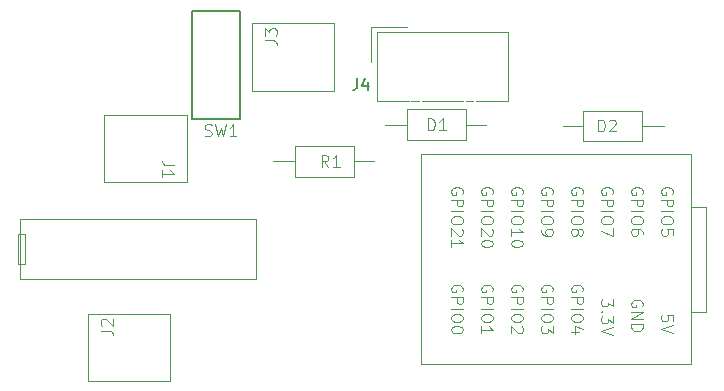
<source format=gbr>
%TF.GenerationSoftware,KiCad,Pcbnew,9.0.0*%
%TF.CreationDate,2025-03-09T22:47:05+01:00*%
%TF.ProjectId,Kicad,4b696361-642e-46b6-9963-61645f706362,rev?*%
%TF.SameCoordinates,Original*%
%TF.FileFunction,Legend,Top*%
%TF.FilePolarity,Positive*%
%FSLAX46Y46*%
G04 Gerber Fmt 4.6, Leading zero omitted, Abs format (unit mm)*
G04 Created by KiCad (PCBNEW 9.0.0) date 2025-03-09 22:47:05*
%MOMM*%
%LPD*%
G01*
G04 APERTURE LIST*
%ADD10C,0.100000*%
%ADD11C,0.150000*%
%ADD12C,0.120000*%
%ADD13C,0.200000*%
G04 APERTURE END LIST*
D10*
X206961905Y-62357419D02*
X206961905Y-61357419D01*
X206961905Y-61357419D02*
X207200000Y-61357419D01*
X207200000Y-61357419D02*
X207342857Y-61405038D01*
X207342857Y-61405038D02*
X207438095Y-61500276D01*
X207438095Y-61500276D02*
X207485714Y-61595514D01*
X207485714Y-61595514D02*
X207533333Y-61785990D01*
X207533333Y-61785990D02*
X207533333Y-61928847D01*
X207533333Y-61928847D02*
X207485714Y-62119323D01*
X207485714Y-62119323D02*
X207438095Y-62214561D01*
X207438095Y-62214561D02*
X207342857Y-62309800D01*
X207342857Y-62309800D02*
X207200000Y-62357419D01*
X207200000Y-62357419D02*
X206961905Y-62357419D01*
X208485714Y-62357419D02*
X207914286Y-62357419D01*
X208200000Y-62357419D02*
X208200000Y-61357419D01*
X208200000Y-61357419D02*
X208104762Y-61500276D01*
X208104762Y-61500276D02*
X208009524Y-61595514D01*
X208009524Y-61595514D02*
X207914286Y-61643133D01*
X179257419Y-79333333D02*
X179971704Y-79333333D01*
X179971704Y-79333333D02*
X180114561Y-79380952D01*
X180114561Y-79380952D02*
X180209800Y-79476190D01*
X180209800Y-79476190D02*
X180257419Y-79619047D01*
X180257419Y-79619047D02*
X180257419Y-79714285D01*
X179352657Y-78904761D02*
X179305038Y-78857142D01*
X179305038Y-78857142D02*
X179257419Y-78761904D01*
X179257419Y-78761904D02*
X179257419Y-78523809D01*
X179257419Y-78523809D02*
X179305038Y-78428571D01*
X179305038Y-78428571D02*
X179352657Y-78380952D01*
X179352657Y-78380952D02*
X179447895Y-78333333D01*
X179447895Y-78333333D02*
X179543133Y-78333333D01*
X179543133Y-78333333D02*
X179685990Y-78380952D01*
X179685990Y-78380952D02*
X180257419Y-78952380D01*
X180257419Y-78952380D02*
X180257419Y-78333333D01*
X198533333Y-65457419D02*
X198200000Y-64981228D01*
X197961905Y-65457419D02*
X197961905Y-64457419D01*
X197961905Y-64457419D02*
X198342857Y-64457419D01*
X198342857Y-64457419D02*
X198438095Y-64505038D01*
X198438095Y-64505038D02*
X198485714Y-64552657D01*
X198485714Y-64552657D02*
X198533333Y-64647895D01*
X198533333Y-64647895D02*
X198533333Y-64790752D01*
X198533333Y-64790752D02*
X198485714Y-64885990D01*
X198485714Y-64885990D02*
X198438095Y-64933609D01*
X198438095Y-64933609D02*
X198342857Y-64981228D01*
X198342857Y-64981228D02*
X197961905Y-64981228D01*
X199485714Y-65457419D02*
X198914286Y-65457419D01*
X199200000Y-65457419D02*
X199200000Y-64457419D01*
X199200000Y-64457419D02*
X199104762Y-64600276D01*
X199104762Y-64600276D02*
X199009524Y-64695514D01*
X199009524Y-64695514D02*
X198914286Y-64743133D01*
D11*
X200966666Y-57954819D02*
X200966666Y-58669104D01*
X200966666Y-58669104D02*
X200919047Y-58811961D01*
X200919047Y-58811961D02*
X200823809Y-58907200D01*
X200823809Y-58907200D02*
X200680952Y-58954819D01*
X200680952Y-58954819D02*
X200585714Y-58954819D01*
X201871428Y-58288152D02*
X201871428Y-58954819D01*
X201633333Y-57907200D02*
X201395238Y-58621485D01*
X201395238Y-58621485D02*
X202014285Y-58621485D01*
D10*
X221361905Y-62457419D02*
X221361905Y-61457419D01*
X221361905Y-61457419D02*
X221600000Y-61457419D01*
X221600000Y-61457419D02*
X221742857Y-61505038D01*
X221742857Y-61505038D02*
X221838095Y-61600276D01*
X221838095Y-61600276D02*
X221885714Y-61695514D01*
X221885714Y-61695514D02*
X221933333Y-61885990D01*
X221933333Y-61885990D02*
X221933333Y-62028847D01*
X221933333Y-62028847D02*
X221885714Y-62219323D01*
X221885714Y-62219323D02*
X221838095Y-62314561D01*
X221838095Y-62314561D02*
X221742857Y-62409800D01*
X221742857Y-62409800D02*
X221600000Y-62457419D01*
X221600000Y-62457419D02*
X221361905Y-62457419D01*
X222314286Y-61552657D02*
X222361905Y-61505038D01*
X222361905Y-61505038D02*
X222457143Y-61457419D01*
X222457143Y-61457419D02*
X222695238Y-61457419D01*
X222695238Y-61457419D02*
X222790476Y-61505038D01*
X222790476Y-61505038D02*
X222838095Y-61552657D01*
X222838095Y-61552657D02*
X222885714Y-61647895D01*
X222885714Y-61647895D02*
X222885714Y-61743133D01*
X222885714Y-61743133D02*
X222838095Y-61885990D01*
X222838095Y-61885990D02*
X222266667Y-62457419D01*
X222266667Y-62457419D02*
X222885714Y-62457419D01*
X217484961Y-67757693D02*
X217532580Y-67662455D01*
X217532580Y-67662455D02*
X217532580Y-67519598D01*
X217532580Y-67519598D02*
X217484961Y-67376741D01*
X217484961Y-67376741D02*
X217389723Y-67281503D01*
X217389723Y-67281503D02*
X217294485Y-67233884D01*
X217294485Y-67233884D02*
X217104009Y-67186265D01*
X217104009Y-67186265D02*
X216961152Y-67186265D01*
X216961152Y-67186265D02*
X216770676Y-67233884D01*
X216770676Y-67233884D02*
X216675438Y-67281503D01*
X216675438Y-67281503D02*
X216580200Y-67376741D01*
X216580200Y-67376741D02*
X216532580Y-67519598D01*
X216532580Y-67519598D02*
X216532580Y-67614836D01*
X216532580Y-67614836D02*
X216580200Y-67757693D01*
X216580200Y-67757693D02*
X216627819Y-67805312D01*
X216627819Y-67805312D02*
X216961152Y-67805312D01*
X216961152Y-67805312D02*
X216961152Y-67614836D01*
X216532580Y-68233884D02*
X217532580Y-68233884D01*
X217532580Y-68233884D02*
X217532580Y-68614836D01*
X217532580Y-68614836D02*
X217484961Y-68710074D01*
X217484961Y-68710074D02*
X217437342Y-68757693D01*
X217437342Y-68757693D02*
X217342104Y-68805312D01*
X217342104Y-68805312D02*
X217199247Y-68805312D01*
X217199247Y-68805312D02*
X217104009Y-68757693D01*
X217104009Y-68757693D02*
X217056390Y-68710074D01*
X217056390Y-68710074D02*
X217008771Y-68614836D01*
X217008771Y-68614836D02*
X217008771Y-68233884D01*
X216532580Y-69233884D02*
X217532580Y-69233884D01*
X217532580Y-69900550D02*
X217532580Y-70091026D01*
X217532580Y-70091026D02*
X217484961Y-70186264D01*
X217484961Y-70186264D02*
X217389723Y-70281502D01*
X217389723Y-70281502D02*
X217199247Y-70329121D01*
X217199247Y-70329121D02*
X216865914Y-70329121D01*
X216865914Y-70329121D02*
X216675438Y-70281502D01*
X216675438Y-70281502D02*
X216580200Y-70186264D01*
X216580200Y-70186264D02*
X216532580Y-70091026D01*
X216532580Y-70091026D02*
X216532580Y-69900550D01*
X216532580Y-69900550D02*
X216580200Y-69805312D01*
X216580200Y-69805312D02*
X216675438Y-69710074D01*
X216675438Y-69710074D02*
X216865914Y-69662455D01*
X216865914Y-69662455D02*
X217199247Y-69662455D01*
X217199247Y-69662455D02*
X217389723Y-69710074D01*
X217389723Y-69710074D02*
X217484961Y-69805312D01*
X217484961Y-69805312D02*
X217532580Y-69900550D01*
X216532580Y-70805312D02*
X216532580Y-70995788D01*
X216532580Y-70995788D02*
X216580200Y-71091026D01*
X216580200Y-71091026D02*
X216627819Y-71138645D01*
X216627819Y-71138645D02*
X216770676Y-71233883D01*
X216770676Y-71233883D02*
X216961152Y-71281502D01*
X216961152Y-71281502D02*
X217342104Y-71281502D01*
X217342104Y-71281502D02*
X217437342Y-71233883D01*
X217437342Y-71233883D02*
X217484961Y-71186264D01*
X217484961Y-71186264D02*
X217532580Y-71091026D01*
X217532580Y-71091026D02*
X217532580Y-70900550D01*
X217532580Y-70900550D02*
X217484961Y-70805312D01*
X217484961Y-70805312D02*
X217437342Y-70757693D01*
X217437342Y-70757693D02*
X217342104Y-70710074D01*
X217342104Y-70710074D02*
X217104009Y-70710074D01*
X217104009Y-70710074D02*
X217008771Y-70757693D01*
X217008771Y-70757693D02*
X216961152Y-70805312D01*
X216961152Y-70805312D02*
X216913533Y-70900550D01*
X216913533Y-70900550D02*
X216913533Y-71091026D01*
X216913533Y-71091026D02*
X216961152Y-71186264D01*
X216961152Y-71186264D02*
X217008771Y-71233883D01*
X217008771Y-71233883D02*
X217104009Y-71281502D01*
X227692580Y-78505074D02*
X227692580Y-78028884D01*
X227692580Y-78028884D02*
X227216390Y-77981265D01*
X227216390Y-77981265D02*
X227264009Y-78028884D01*
X227264009Y-78028884D02*
X227311628Y-78124122D01*
X227311628Y-78124122D02*
X227311628Y-78362217D01*
X227311628Y-78362217D02*
X227264009Y-78457455D01*
X227264009Y-78457455D02*
X227216390Y-78505074D01*
X227216390Y-78505074D02*
X227121152Y-78552693D01*
X227121152Y-78552693D02*
X226883057Y-78552693D01*
X226883057Y-78552693D02*
X226787819Y-78505074D01*
X226787819Y-78505074D02*
X226740200Y-78457455D01*
X226740200Y-78457455D02*
X226692580Y-78362217D01*
X226692580Y-78362217D02*
X226692580Y-78124122D01*
X226692580Y-78124122D02*
X226740200Y-78028884D01*
X226740200Y-78028884D02*
X226787819Y-77981265D01*
X227692580Y-78838408D02*
X226692580Y-79171741D01*
X226692580Y-79171741D02*
X227692580Y-79505074D01*
X222564961Y-67757693D02*
X222612580Y-67662455D01*
X222612580Y-67662455D02*
X222612580Y-67519598D01*
X222612580Y-67519598D02*
X222564961Y-67376741D01*
X222564961Y-67376741D02*
X222469723Y-67281503D01*
X222469723Y-67281503D02*
X222374485Y-67233884D01*
X222374485Y-67233884D02*
X222184009Y-67186265D01*
X222184009Y-67186265D02*
X222041152Y-67186265D01*
X222041152Y-67186265D02*
X221850676Y-67233884D01*
X221850676Y-67233884D02*
X221755438Y-67281503D01*
X221755438Y-67281503D02*
X221660200Y-67376741D01*
X221660200Y-67376741D02*
X221612580Y-67519598D01*
X221612580Y-67519598D02*
X221612580Y-67614836D01*
X221612580Y-67614836D02*
X221660200Y-67757693D01*
X221660200Y-67757693D02*
X221707819Y-67805312D01*
X221707819Y-67805312D02*
X222041152Y-67805312D01*
X222041152Y-67805312D02*
X222041152Y-67614836D01*
X221612580Y-68233884D02*
X222612580Y-68233884D01*
X222612580Y-68233884D02*
X222612580Y-68614836D01*
X222612580Y-68614836D02*
X222564961Y-68710074D01*
X222564961Y-68710074D02*
X222517342Y-68757693D01*
X222517342Y-68757693D02*
X222422104Y-68805312D01*
X222422104Y-68805312D02*
X222279247Y-68805312D01*
X222279247Y-68805312D02*
X222184009Y-68757693D01*
X222184009Y-68757693D02*
X222136390Y-68710074D01*
X222136390Y-68710074D02*
X222088771Y-68614836D01*
X222088771Y-68614836D02*
X222088771Y-68233884D01*
X221612580Y-69233884D02*
X222612580Y-69233884D01*
X222612580Y-69900550D02*
X222612580Y-70091026D01*
X222612580Y-70091026D02*
X222564961Y-70186264D01*
X222564961Y-70186264D02*
X222469723Y-70281502D01*
X222469723Y-70281502D02*
X222279247Y-70329121D01*
X222279247Y-70329121D02*
X221945914Y-70329121D01*
X221945914Y-70329121D02*
X221755438Y-70281502D01*
X221755438Y-70281502D02*
X221660200Y-70186264D01*
X221660200Y-70186264D02*
X221612580Y-70091026D01*
X221612580Y-70091026D02*
X221612580Y-69900550D01*
X221612580Y-69900550D02*
X221660200Y-69805312D01*
X221660200Y-69805312D02*
X221755438Y-69710074D01*
X221755438Y-69710074D02*
X221945914Y-69662455D01*
X221945914Y-69662455D02*
X222279247Y-69662455D01*
X222279247Y-69662455D02*
X222469723Y-69710074D01*
X222469723Y-69710074D02*
X222564961Y-69805312D01*
X222564961Y-69805312D02*
X222612580Y-69900550D01*
X222612580Y-70662455D02*
X222612580Y-71329121D01*
X222612580Y-71329121D02*
X221612580Y-70900550D01*
X222612580Y-76663646D02*
X222612580Y-77282693D01*
X222612580Y-77282693D02*
X222231628Y-76949360D01*
X222231628Y-76949360D02*
X222231628Y-77092217D01*
X222231628Y-77092217D02*
X222184009Y-77187455D01*
X222184009Y-77187455D02*
X222136390Y-77235074D01*
X222136390Y-77235074D02*
X222041152Y-77282693D01*
X222041152Y-77282693D02*
X221803057Y-77282693D01*
X221803057Y-77282693D02*
X221707819Y-77235074D01*
X221707819Y-77235074D02*
X221660200Y-77187455D01*
X221660200Y-77187455D02*
X221612580Y-77092217D01*
X221612580Y-77092217D02*
X221612580Y-76806503D01*
X221612580Y-76806503D02*
X221660200Y-76711265D01*
X221660200Y-76711265D02*
X221707819Y-76663646D01*
X221707819Y-77711265D02*
X221660200Y-77758884D01*
X221660200Y-77758884D02*
X221612580Y-77711265D01*
X221612580Y-77711265D02*
X221660200Y-77663646D01*
X221660200Y-77663646D02*
X221707819Y-77711265D01*
X221707819Y-77711265D02*
X221612580Y-77711265D01*
X222612580Y-78092217D02*
X222612580Y-78711264D01*
X222612580Y-78711264D02*
X222231628Y-78377931D01*
X222231628Y-78377931D02*
X222231628Y-78520788D01*
X222231628Y-78520788D02*
X222184009Y-78616026D01*
X222184009Y-78616026D02*
X222136390Y-78663645D01*
X222136390Y-78663645D02*
X222041152Y-78711264D01*
X222041152Y-78711264D02*
X221803057Y-78711264D01*
X221803057Y-78711264D02*
X221707819Y-78663645D01*
X221707819Y-78663645D02*
X221660200Y-78616026D01*
X221660200Y-78616026D02*
X221612580Y-78520788D01*
X221612580Y-78520788D02*
X221612580Y-78235074D01*
X221612580Y-78235074D02*
X221660200Y-78139836D01*
X221660200Y-78139836D02*
X221707819Y-78092217D01*
X222612580Y-78996979D02*
X221612580Y-79330312D01*
X221612580Y-79330312D02*
X222612580Y-79663645D01*
X212404961Y-76012693D02*
X212452580Y-75917455D01*
X212452580Y-75917455D02*
X212452580Y-75774598D01*
X212452580Y-75774598D02*
X212404961Y-75631741D01*
X212404961Y-75631741D02*
X212309723Y-75536503D01*
X212309723Y-75536503D02*
X212214485Y-75488884D01*
X212214485Y-75488884D02*
X212024009Y-75441265D01*
X212024009Y-75441265D02*
X211881152Y-75441265D01*
X211881152Y-75441265D02*
X211690676Y-75488884D01*
X211690676Y-75488884D02*
X211595438Y-75536503D01*
X211595438Y-75536503D02*
X211500200Y-75631741D01*
X211500200Y-75631741D02*
X211452580Y-75774598D01*
X211452580Y-75774598D02*
X211452580Y-75869836D01*
X211452580Y-75869836D02*
X211500200Y-76012693D01*
X211500200Y-76012693D02*
X211547819Y-76060312D01*
X211547819Y-76060312D02*
X211881152Y-76060312D01*
X211881152Y-76060312D02*
X211881152Y-75869836D01*
X211452580Y-76488884D02*
X212452580Y-76488884D01*
X212452580Y-76488884D02*
X212452580Y-76869836D01*
X212452580Y-76869836D02*
X212404961Y-76965074D01*
X212404961Y-76965074D02*
X212357342Y-77012693D01*
X212357342Y-77012693D02*
X212262104Y-77060312D01*
X212262104Y-77060312D02*
X212119247Y-77060312D01*
X212119247Y-77060312D02*
X212024009Y-77012693D01*
X212024009Y-77012693D02*
X211976390Y-76965074D01*
X211976390Y-76965074D02*
X211928771Y-76869836D01*
X211928771Y-76869836D02*
X211928771Y-76488884D01*
X211452580Y-77488884D02*
X212452580Y-77488884D01*
X212452580Y-78155550D02*
X212452580Y-78346026D01*
X212452580Y-78346026D02*
X212404961Y-78441264D01*
X212404961Y-78441264D02*
X212309723Y-78536502D01*
X212309723Y-78536502D02*
X212119247Y-78584121D01*
X212119247Y-78584121D02*
X211785914Y-78584121D01*
X211785914Y-78584121D02*
X211595438Y-78536502D01*
X211595438Y-78536502D02*
X211500200Y-78441264D01*
X211500200Y-78441264D02*
X211452580Y-78346026D01*
X211452580Y-78346026D02*
X211452580Y-78155550D01*
X211452580Y-78155550D02*
X211500200Y-78060312D01*
X211500200Y-78060312D02*
X211595438Y-77965074D01*
X211595438Y-77965074D02*
X211785914Y-77917455D01*
X211785914Y-77917455D02*
X212119247Y-77917455D01*
X212119247Y-77917455D02*
X212309723Y-77965074D01*
X212309723Y-77965074D02*
X212404961Y-78060312D01*
X212404961Y-78060312D02*
X212452580Y-78155550D01*
X211452580Y-79536502D02*
X211452580Y-78965074D01*
X211452580Y-79250788D02*
X212452580Y-79250788D01*
X212452580Y-79250788D02*
X212309723Y-79155550D01*
X212309723Y-79155550D02*
X212214485Y-79060312D01*
X212214485Y-79060312D02*
X212166866Y-78965074D01*
X209864961Y-76012693D02*
X209912580Y-75917455D01*
X209912580Y-75917455D02*
X209912580Y-75774598D01*
X209912580Y-75774598D02*
X209864961Y-75631741D01*
X209864961Y-75631741D02*
X209769723Y-75536503D01*
X209769723Y-75536503D02*
X209674485Y-75488884D01*
X209674485Y-75488884D02*
X209484009Y-75441265D01*
X209484009Y-75441265D02*
X209341152Y-75441265D01*
X209341152Y-75441265D02*
X209150676Y-75488884D01*
X209150676Y-75488884D02*
X209055438Y-75536503D01*
X209055438Y-75536503D02*
X208960200Y-75631741D01*
X208960200Y-75631741D02*
X208912580Y-75774598D01*
X208912580Y-75774598D02*
X208912580Y-75869836D01*
X208912580Y-75869836D02*
X208960200Y-76012693D01*
X208960200Y-76012693D02*
X209007819Y-76060312D01*
X209007819Y-76060312D02*
X209341152Y-76060312D01*
X209341152Y-76060312D02*
X209341152Y-75869836D01*
X208912580Y-76488884D02*
X209912580Y-76488884D01*
X209912580Y-76488884D02*
X209912580Y-76869836D01*
X209912580Y-76869836D02*
X209864961Y-76965074D01*
X209864961Y-76965074D02*
X209817342Y-77012693D01*
X209817342Y-77012693D02*
X209722104Y-77060312D01*
X209722104Y-77060312D02*
X209579247Y-77060312D01*
X209579247Y-77060312D02*
X209484009Y-77012693D01*
X209484009Y-77012693D02*
X209436390Y-76965074D01*
X209436390Y-76965074D02*
X209388771Y-76869836D01*
X209388771Y-76869836D02*
X209388771Y-76488884D01*
X208912580Y-77488884D02*
X209912580Y-77488884D01*
X209912580Y-78155550D02*
X209912580Y-78346026D01*
X209912580Y-78346026D02*
X209864961Y-78441264D01*
X209864961Y-78441264D02*
X209769723Y-78536502D01*
X209769723Y-78536502D02*
X209579247Y-78584121D01*
X209579247Y-78584121D02*
X209245914Y-78584121D01*
X209245914Y-78584121D02*
X209055438Y-78536502D01*
X209055438Y-78536502D02*
X208960200Y-78441264D01*
X208960200Y-78441264D02*
X208912580Y-78346026D01*
X208912580Y-78346026D02*
X208912580Y-78155550D01*
X208912580Y-78155550D02*
X208960200Y-78060312D01*
X208960200Y-78060312D02*
X209055438Y-77965074D01*
X209055438Y-77965074D02*
X209245914Y-77917455D01*
X209245914Y-77917455D02*
X209579247Y-77917455D01*
X209579247Y-77917455D02*
X209769723Y-77965074D01*
X209769723Y-77965074D02*
X209864961Y-78060312D01*
X209864961Y-78060312D02*
X209912580Y-78155550D01*
X209912580Y-79203169D02*
X209912580Y-79298407D01*
X209912580Y-79298407D02*
X209864961Y-79393645D01*
X209864961Y-79393645D02*
X209817342Y-79441264D01*
X209817342Y-79441264D02*
X209722104Y-79488883D01*
X209722104Y-79488883D02*
X209531628Y-79536502D01*
X209531628Y-79536502D02*
X209293533Y-79536502D01*
X209293533Y-79536502D02*
X209103057Y-79488883D01*
X209103057Y-79488883D02*
X209007819Y-79441264D01*
X209007819Y-79441264D02*
X208960200Y-79393645D01*
X208960200Y-79393645D02*
X208912580Y-79298407D01*
X208912580Y-79298407D02*
X208912580Y-79203169D01*
X208912580Y-79203169D02*
X208960200Y-79107931D01*
X208960200Y-79107931D02*
X209007819Y-79060312D01*
X209007819Y-79060312D02*
X209103057Y-79012693D01*
X209103057Y-79012693D02*
X209293533Y-78965074D01*
X209293533Y-78965074D02*
X209531628Y-78965074D01*
X209531628Y-78965074D02*
X209722104Y-79012693D01*
X209722104Y-79012693D02*
X209817342Y-79060312D01*
X209817342Y-79060312D02*
X209864961Y-79107931D01*
X209864961Y-79107931D02*
X209912580Y-79203169D01*
X209864961Y-67757693D02*
X209912580Y-67662455D01*
X209912580Y-67662455D02*
X209912580Y-67519598D01*
X209912580Y-67519598D02*
X209864961Y-67376741D01*
X209864961Y-67376741D02*
X209769723Y-67281503D01*
X209769723Y-67281503D02*
X209674485Y-67233884D01*
X209674485Y-67233884D02*
X209484009Y-67186265D01*
X209484009Y-67186265D02*
X209341152Y-67186265D01*
X209341152Y-67186265D02*
X209150676Y-67233884D01*
X209150676Y-67233884D02*
X209055438Y-67281503D01*
X209055438Y-67281503D02*
X208960200Y-67376741D01*
X208960200Y-67376741D02*
X208912580Y-67519598D01*
X208912580Y-67519598D02*
X208912580Y-67614836D01*
X208912580Y-67614836D02*
X208960200Y-67757693D01*
X208960200Y-67757693D02*
X209007819Y-67805312D01*
X209007819Y-67805312D02*
X209341152Y-67805312D01*
X209341152Y-67805312D02*
X209341152Y-67614836D01*
X208912580Y-68233884D02*
X209912580Y-68233884D01*
X209912580Y-68233884D02*
X209912580Y-68614836D01*
X209912580Y-68614836D02*
X209864961Y-68710074D01*
X209864961Y-68710074D02*
X209817342Y-68757693D01*
X209817342Y-68757693D02*
X209722104Y-68805312D01*
X209722104Y-68805312D02*
X209579247Y-68805312D01*
X209579247Y-68805312D02*
X209484009Y-68757693D01*
X209484009Y-68757693D02*
X209436390Y-68710074D01*
X209436390Y-68710074D02*
X209388771Y-68614836D01*
X209388771Y-68614836D02*
X209388771Y-68233884D01*
X208912580Y-69233884D02*
X209912580Y-69233884D01*
X209912580Y-69900550D02*
X209912580Y-70091026D01*
X209912580Y-70091026D02*
X209864961Y-70186264D01*
X209864961Y-70186264D02*
X209769723Y-70281502D01*
X209769723Y-70281502D02*
X209579247Y-70329121D01*
X209579247Y-70329121D02*
X209245914Y-70329121D01*
X209245914Y-70329121D02*
X209055438Y-70281502D01*
X209055438Y-70281502D02*
X208960200Y-70186264D01*
X208960200Y-70186264D02*
X208912580Y-70091026D01*
X208912580Y-70091026D02*
X208912580Y-69900550D01*
X208912580Y-69900550D02*
X208960200Y-69805312D01*
X208960200Y-69805312D02*
X209055438Y-69710074D01*
X209055438Y-69710074D02*
X209245914Y-69662455D01*
X209245914Y-69662455D02*
X209579247Y-69662455D01*
X209579247Y-69662455D02*
X209769723Y-69710074D01*
X209769723Y-69710074D02*
X209864961Y-69805312D01*
X209864961Y-69805312D02*
X209912580Y-69900550D01*
X209817342Y-70710074D02*
X209864961Y-70757693D01*
X209864961Y-70757693D02*
X209912580Y-70852931D01*
X209912580Y-70852931D02*
X209912580Y-71091026D01*
X209912580Y-71091026D02*
X209864961Y-71186264D01*
X209864961Y-71186264D02*
X209817342Y-71233883D01*
X209817342Y-71233883D02*
X209722104Y-71281502D01*
X209722104Y-71281502D02*
X209626866Y-71281502D01*
X209626866Y-71281502D02*
X209484009Y-71233883D01*
X209484009Y-71233883D02*
X208912580Y-70662455D01*
X208912580Y-70662455D02*
X208912580Y-71281502D01*
X208912580Y-72233883D02*
X208912580Y-71662455D01*
X208912580Y-71948169D02*
X209912580Y-71948169D01*
X209912580Y-71948169D02*
X209769723Y-71852931D01*
X209769723Y-71852931D02*
X209674485Y-71757693D01*
X209674485Y-71757693D02*
X209626866Y-71662455D01*
X225104961Y-67757693D02*
X225152580Y-67662455D01*
X225152580Y-67662455D02*
X225152580Y-67519598D01*
X225152580Y-67519598D02*
X225104961Y-67376741D01*
X225104961Y-67376741D02*
X225009723Y-67281503D01*
X225009723Y-67281503D02*
X224914485Y-67233884D01*
X224914485Y-67233884D02*
X224724009Y-67186265D01*
X224724009Y-67186265D02*
X224581152Y-67186265D01*
X224581152Y-67186265D02*
X224390676Y-67233884D01*
X224390676Y-67233884D02*
X224295438Y-67281503D01*
X224295438Y-67281503D02*
X224200200Y-67376741D01*
X224200200Y-67376741D02*
X224152580Y-67519598D01*
X224152580Y-67519598D02*
X224152580Y-67614836D01*
X224152580Y-67614836D02*
X224200200Y-67757693D01*
X224200200Y-67757693D02*
X224247819Y-67805312D01*
X224247819Y-67805312D02*
X224581152Y-67805312D01*
X224581152Y-67805312D02*
X224581152Y-67614836D01*
X224152580Y-68233884D02*
X225152580Y-68233884D01*
X225152580Y-68233884D02*
X225152580Y-68614836D01*
X225152580Y-68614836D02*
X225104961Y-68710074D01*
X225104961Y-68710074D02*
X225057342Y-68757693D01*
X225057342Y-68757693D02*
X224962104Y-68805312D01*
X224962104Y-68805312D02*
X224819247Y-68805312D01*
X224819247Y-68805312D02*
X224724009Y-68757693D01*
X224724009Y-68757693D02*
X224676390Y-68710074D01*
X224676390Y-68710074D02*
X224628771Y-68614836D01*
X224628771Y-68614836D02*
X224628771Y-68233884D01*
X224152580Y-69233884D02*
X225152580Y-69233884D01*
X225152580Y-69900550D02*
X225152580Y-70091026D01*
X225152580Y-70091026D02*
X225104961Y-70186264D01*
X225104961Y-70186264D02*
X225009723Y-70281502D01*
X225009723Y-70281502D02*
X224819247Y-70329121D01*
X224819247Y-70329121D02*
X224485914Y-70329121D01*
X224485914Y-70329121D02*
X224295438Y-70281502D01*
X224295438Y-70281502D02*
X224200200Y-70186264D01*
X224200200Y-70186264D02*
X224152580Y-70091026D01*
X224152580Y-70091026D02*
X224152580Y-69900550D01*
X224152580Y-69900550D02*
X224200200Y-69805312D01*
X224200200Y-69805312D02*
X224295438Y-69710074D01*
X224295438Y-69710074D02*
X224485914Y-69662455D01*
X224485914Y-69662455D02*
X224819247Y-69662455D01*
X224819247Y-69662455D02*
X225009723Y-69710074D01*
X225009723Y-69710074D02*
X225104961Y-69805312D01*
X225104961Y-69805312D02*
X225152580Y-69900550D01*
X225152580Y-71186264D02*
X225152580Y-70995788D01*
X225152580Y-70995788D02*
X225104961Y-70900550D01*
X225104961Y-70900550D02*
X225057342Y-70852931D01*
X225057342Y-70852931D02*
X224914485Y-70757693D01*
X224914485Y-70757693D02*
X224724009Y-70710074D01*
X224724009Y-70710074D02*
X224343057Y-70710074D01*
X224343057Y-70710074D02*
X224247819Y-70757693D01*
X224247819Y-70757693D02*
X224200200Y-70805312D01*
X224200200Y-70805312D02*
X224152580Y-70900550D01*
X224152580Y-70900550D02*
X224152580Y-71091026D01*
X224152580Y-71091026D02*
X224200200Y-71186264D01*
X224200200Y-71186264D02*
X224247819Y-71233883D01*
X224247819Y-71233883D02*
X224343057Y-71281502D01*
X224343057Y-71281502D02*
X224581152Y-71281502D01*
X224581152Y-71281502D02*
X224676390Y-71233883D01*
X224676390Y-71233883D02*
X224724009Y-71186264D01*
X224724009Y-71186264D02*
X224771628Y-71091026D01*
X224771628Y-71091026D02*
X224771628Y-70900550D01*
X224771628Y-70900550D02*
X224724009Y-70805312D01*
X224724009Y-70805312D02*
X224676390Y-70757693D01*
X224676390Y-70757693D02*
X224581152Y-70710074D01*
X220024961Y-67757693D02*
X220072580Y-67662455D01*
X220072580Y-67662455D02*
X220072580Y-67519598D01*
X220072580Y-67519598D02*
X220024961Y-67376741D01*
X220024961Y-67376741D02*
X219929723Y-67281503D01*
X219929723Y-67281503D02*
X219834485Y-67233884D01*
X219834485Y-67233884D02*
X219644009Y-67186265D01*
X219644009Y-67186265D02*
X219501152Y-67186265D01*
X219501152Y-67186265D02*
X219310676Y-67233884D01*
X219310676Y-67233884D02*
X219215438Y-67281503D01*
X219215438Y-67281503D02*
X219120200Y-67376741D01*
X219120200Y-67376741D02*
X219072580Y-67519598D01*
X219072580Y-67519598D02*
X219072580Y-67614836D01*
X219072580Y-67614836D02*
X219120200Y-67757693D01*
X219120200Y-67757693D02*
X219167819Y-67805312D01*
X219167819Y-67805312D02*
X219501152Y-67805312D01*
X219501152Y-67805312D02*
X219501152Y-67614836D01*
X219072580Y-68233884D02*
X220072580Y-68233884D01*
X220072580Y-68233884D02*
X220072580Y-68614836D01*
X220072580Y-68614836D02*
X220024961Y-68710074D01*
X220024961Y-68710074D02*
X219977342Y-68757693D01*
X219977342Y-68757693D02*
X219882104Y-68805312D01*
X219882104Y-68805312D02*
X219739247Y-68805312D01*
X219739247Y-68805312D02*
X219644009Y-68757693D01*
X219644009Y-68757693D02*
X219596390Y-68710074D01*
X219596390Y-68710074D02*
X219548771Y-68614836D01*
X219548771Y-68614836D02*
X219548771Y-68233884D01*
X219072580Y-69233884D02*
X220072580Y-69233884D01*
X220072580Y-69900550D02*
X220072580Y-70091026D01*
X220072580Y-70091026D02*
X220024961Y-70186264D01*
X220024961Y-70186264D02*
X219929723Y-70281502D01*
X219929723Y-70281502D02*
X219739247Y-70329121D01*
X219739247Y-70329121D02*
X219405914Y-70329121D01*
X219405914Y-70329121D02*
X219215438Y-70281502D01*
X219215438Y-70281502D02*
X219120200Y-70186264D01*
X219120200Y-70186264D02*
X219072580Y-70091026D01*
X219072580Y-70091026D02*
X219072580Y-69900550D01*
X219072580Y-69900550D02*
X219120200Y-69805312D01*
X219120200Y-69805312D02*
X219215438Y-69710074D01*
X219215438Y-69710074D02*
X219405914Y-69662455D01*
X219405914Y-69662455D02*
X219739247Y-69662455D01*
X219739247Y-69662455D02*
X219929723Y-69710074D01*
X219929723Y-69710074D02*
X220024961Y-69805312D01*
X220024961Y-69805312D02*
X220072580Y-69900550D01*
X219644009Y-70900550D02*
X219691628Y-70805312D01*
X219691628Y-70805312D02*
X219739247Y-70757693D01*
X219739247Y-70757693D02*
X219834485Y-70710074D01*
X219834485Y-70710074D02*
X219882104Y-70710074D01*
X219882104Y-70710074D02*
X219977342Y-70757693D01*
X219977342Y-70757693D02*
X220024961Y-70805312D01*
X220024961Y-70805312D02*
X220072580Y-70900550D01*
X220072580Y-70900550D02*
X220072580Y-71091026D01*
X220072580Y-71091026D02*
X220024961Y-71186264D01*
X220024961Y-71186264D02*
X219977342Y-71233883D01*
X219977342Y-71233883D02*
X219882104Y-71281502D01*
X219882104Y-71281502D02*
X219834485Y-71281502D01*
X219834485Y-71281502D02*
X219739247Y-71233883D01*
X219739247Y-71233883D02*
X219691628Y-71186264D01*
X219691628Y-71186264D02*
X219644009Y-71091026D01*
X219644009Y-71091026D02*
X219644009Y-70900550D01*
X219644009Y-70900550D02*
X219596390Y-70805312D01*
X219596390Y-70805312D02*
X219548771Y-70757693D01*
X219548771Y-70757693D02*
X219453533Y-70710074D01*
X219453533Y-70710074D02*
X219263057Y-70710074D01*
X219263057Y-70710074D02*
X219167819Y-70757693D01*
X219167819Y-70757693D02*
X219120200Y-70805312D01*
X219120200Y-70805312D02*
X219072580Y-70900550D01*
X219072580Y-70900550D02*
X219072580Y-71091026D01*
X219072580Y-71091026D02*
X219120200Y-71186264D01*
X219120200Y-71186264D02*
X219167819Y-71233883D01*
X219167819Y-71233883D02*
X219263057Y-71281502D01*
X219263057Y-71281502D02*
X219453533Y-71281502D01*
X219453533Y-71281502D02*
X219548771Y-71233883D01*
X219548771Y-71233883D02*
X219596390Y-71186264D01*
X219596390Y-71186264D02*
X219644009Y-71091026D01*
X214944961Y-67757693D02*
X214992580Y-67662455D01*
X214992580Y-67662455D02*
X214992580Y-67519598D01*
X214992580Y-67519598D02*
X214944961Y-67376741D01*
X214944961Y-67376741D02*
X214849723Y-67281503D01*
X214849723Y-67281503D02*
X214754485Y-67233884D01*
X214754485Y-67233884D02*
X214564009Y-67186265D01*
X214564009Y-67186265D02*
X214421152Y-67186265D01*
X214421152Y-67186265D02*
X214230676Y-67233884D01*
X214230676Y-67233884D02*
X214135438Y-67281503D01*
X214135438Y-67281503D02*
X214040200Y-67376741D01*
X214040200Y-67376741D02*
X213992580Y-67519598D01*
X213992580Y-67519598D02*
X213992580Y-67614836D01*
X213992580Y-67614836D02*
X214040200Y-67757693D01*
X214040200Y-67757693D02*
X214087819Y-67805312D01*
X214087819Y-67805312D02*
X214421152Y-67805312D01*
X214421152Y-67805312D02*
X214421152Y-67614836D01*
X213992580Y-68233884D02*
X214992580Y-68233884D01*
X214992580Y-68233884D02*
X214992580Y-68614836D01*
X214992580Y-68614836D02*
X214944961Y-68710074D01*
X214944961Y-68710074D02*
X214897342Y-68757693D01*
X214897342Y-68757693D02*
X214802104Y-68805312D01*
X214802104Y-68805312D02*
X214659247Y-68805312D01*
X214659247Y-68805312D02*
X214564009Y-68757693D01*
X214564009Y-68757693D02*
X214516390Y-68710074D01*
X214516390Y-68710074D02*
X214468771Y-68614836D01*
X214468771Y-68614836D02*
X214468771Y-68233884D01*
X213992580Y-69233884D02*
X214992580Y-69233884D01*
X214992580Y-69900550D02*
X214992580Y-70091026D01*
X214992580Y-70091026D02*
X214944961Y-70186264D01*
X214944961Y-70186264D02*
X214849723Y-70281502D01*
X214849723Y-70281502D02*
X214659247Y-70329121D01*
X214659247Y-70329121D02*
X214325914Y-70329121D01*
X214325914Y-70329121D02*
X214135438Y-70281502D01*
X214135438Y-70281502D02*
X214040200Y-70186264D01*
X214040200Y-70186264D02*
X213992580Y-70091026D01*
X213992580Y-70091026D02*
X213992580Y-69900550D01*
X213992580Y-69900550D02*
X214040200Y-69805312D01*
X214040200Y-69805312D02*
X214135438Y-69710074D01*
X214135438Y-69710074D02*
X214325914Y-69662455D01*
X214325914Y-69662455D02*
X214659247Y-69662455D01*
X214659247Y-69662455D02*
X214849723Y-69710074D01*
X214849723Y-69710074D02*
X214944961Y-69805312D01*
X214944961Y-69805312D02*
X214992580Y-69900550D01*
X213992580Y-71281502D02*
X213992580Y-70710074D01*
X213992580Y-70995788D02*
X214992580Y-70995788D01*
X214992580Y-70995788D02*
X214849723Y-70900550D01*
X214849723Y-70900550D02*
X214754485Y-70805312D01*
X214754485Y-70805312D02*
X214706866Y-70710074D01*
X214992580Y-71900550D02*
X214992580Y-71995788D01*
X214992580Y-71995788D02*
X214944961Y-72091026D01*
X214944961Y-72091026D02*
X214897342Y-72138645D01*
X214897342Y-72138645D02*
X214802104Y-72186264D01*
X214802104Y-72186264D02*
X214611628Y-72233883D01*
X214611628Y-72233883D02*
X214373533Y-72233883D01*
X214373533Y-72233883D02*
X214183057Y-72186264D01*
X214183057Y-72186264D02*
X214087819Y-72138645D01*
X214087819Y-72138645D02*
X214040200Y-72091026D01*
X214040200Y-72091026D02*
X213992580Y-71995788D01*
X213992580Y-71995788D02*
X213992580Y-71900550D01*
X213992580Y-71900550D02*
X214040200Y-71805312D01*
X214040200Y-71805312D02*
X214087819Y-71757693D01*
X214087819Y-71757693D02*
X214183057Y-71710074D01*
X214183057Y-71710074D02*
X214373533Y-71662455D01*
X214373533Y-71662455D02*
X214611628Y-71662455D01*
X214611628Y-71662455D02*
X214802104Y-71710074D01*
X214802104Y-71710074D02*
X214897342Y-71757693D01*
X214897342Y-71757693D02*
X214944961Y-71805312D01*
X214944961Y-71805312D02*
X214992580Y-71900550D01*
X214944961Y-76012693D02*
X214992580Y-75917455D01*
X214992580Y-75917455D02*
X214992580Y-75774598D01*
X214992580Y-75774598D02*
X214944961Y-75631741D01*
X214944961Y-75631741D02*
X214849723Y-75536503D01*
X214849723Y-75536503D02*
X214754485Y-75488884D01*
X214754485Y-75488884D02*
X214564009Y-75441265D01*
X214564009Y-75441265D02*
X214421152Y-75441265D01*
X214421152Y-75441265D02*
X214230676Y-75488884D01*
X214230676Y-75488884D02*
X214135438Y-75536503D01*
X214135438Y-75536503D02*
X214040200Y-75631741D01*
X214040200Y-75631741D02*
X213992580Y-75774598D01*
X213992580Y-75774598D02*
X213992580Y-75869836D01*
X213992580Y-75869836D02*
X214040200Y-76012693D01*
X214040200Y-76012693D02*
X214087819Y-76060312D01*
X214087819Y-76060312D02*
X214421152Y-76060312D01*
X214421152Y-76060312D02*
X214421152Y-75869836D01*
X213992580Y-76488884D02*
X214992580Y-76488884D01*
X214992580Y-76488884D02*
X214992580Y-76869836D01*
X214992580Y-76869836D02*
X214944961Y-76965074D01*
X214944961Y-76965074D02*
X214897342Y-77012693D01*
X214897342Y-77012693D02*
X214802104Y-77060312D01*
X214802104Y-77060312D02*
X214659247Y-77060312D01*
X214659247Y-77060312D02*
X214564009Y-77012693D01*
X214564009Y-77012693D02*
X214516390Y-76965074D01*
X214516390Y-76965074D02*
X214468771Y-76869836D01*
X214468771Y-76869836D02*
X214468771Y-76488884D01*
X213992580Y-77488884D02*
X214992580Y-77488884D01*
X214992580Y-78155550D02*
X214992580Y-78346026D01*
X214992580Y-78346026D02*
X214944961Y-78441264D01*
X214944961Y-78441264D02*
X214849723Y-78536502D01*
X214849723Y-78536502D02*
X214659247Y-78584121D01*
X214659247Y-78584121D02*
X214325914Y-78584121D01*
X214325914Y-78584121D02*
X214135438Y-78536502D01*
X214135438Y-78536502D02*
X214040200Y-78441264D01*
X214040200Y-78441264D02*
X213992580Y-78346026D01*
X213992580Y-78346026D02*
X213992580Y-78155550D01*
X213992580Y-78155550D02*
X214040200Y-78060312D01*
X214040200Y-78060312D02*
X214135438Y-77965074D01*
X214135438Y-77965074D02*
X214325914Y-77917455D01*
X214325914Y-77917455D02*
X214659247Y-77917455D01*
X214659247Y-77917455D02*
X214849723Y-77965074D01*
X214849723Y-77965074D02*
X214944961Y-78060312D01*
X214944961Y-78060312D02*
X214992580Y-78155550D01*
X214897342Y-78965074D02*
X214944961Y-79012693D01*
X214944961Y-79012693D02*
X214992580Y-79107931D01*
X214992580Y-79107931D02*
X214992580Y-79346026D01*
X214992580Y-79346026D02*
X214944961Y-79441264D01*
X214944961Y-79441264D02*
X214897342Y-79488883D01*
X214897342Y-79488883D02*
X214802104Y-79536502D01*
X214802104Y-79536502D02*
X214706866Y-79536502D01*
X214706866Y-79536502D02*
X214564009Y-79488883D01*
X214564009Y-79488883D02*
X213992580Y-78917455D01*
X213992580Y-78917455D02*
X213992580Y-79536502D01*
X220024961Y-76012693D02*
X220072580Y-75917455D01*
X220072580Y-75917455D02*
X220072580Y-75774598D01*
X220072580Y-75774598D02*
X220024961Y-75631741D01*
X220024961Y-75631741D02*
X219929723Y-75536503D01*
X219929723Y-75536503D02*
X219834485Y-75488884D01*
X219834485Y-75488884D02*
X219644009Y-75441265D01*
X219644009Y-75441265D02*
X219501152Y-75441265D01*
X219501152Y-75441265D02*
X219310676Y-75488884D01*
X219310676Y-75488884D02*
X219215438Y-75536503D01*
X219215438Y-75536503D02*
X219120200Y-75631741D01*
X219120200Y-75631741D02*
X219072580Y-75774598D01*
X219072580Y-75774598D02*
X219072580Y-75869836D01*
X219072580Y-75869836D02*
X219120200Y-76012693D01*
X219120200Y-76012693D02*
X219167819Y-76060312D01*
X219167819Y-76060312D02*
X219501152Y-76060312D01*
X219501152Y-76060312D02*
X219501152Y-75869836D01*
X219072580Y-76488884D02*
X220072580Y-76488884D01*
X220072580Y-76488884D02*
X220072580Y-76869836D01*
X220072580Y-76869836D02*
X220024961Y-76965074D01*
X220024961Y-76965074D02*
X219977342Y-77012693D01*
X219977342Y-77012693D02*
X219882104Y-77060312D01*
X219882104Y-77060312D02*
X219739247Y-77060312D01*
X219739247Y-77060312D02*
X219644009Y-77012693D01*
X219644009Y-77012693D02*
X219596390Y-76965074D01*
X219596390Y-76965074D02*
X219548771Y-76869836D01*
X219548771Y-76869836D02*
X219548771Y-76488884D01*
X219072580Y-77488884D02*
X220072580Y-77488884D01*
X220072580Y-78155550D02*
X220072580Y-78346026D01*
X220072580Y-78346026D02*
X220024961Y-78441264D01*
X220024961Y-78441264D02*
X219929723Y-78536502D01*
X219929723Y-78536502D02*
X219739247Y-78584121D01*
X219739247Y-78584121D02*
X219405914Y-78584121D01*
X219405914Y-78584121D02*
X219215438Y-78536502D01*
X219215438Y-78536502D02*
X219120200Y-78441264D01*
X219120200Y-78441264D02*
X219072580Y-78346026D01*
X219072580Y-78346026D02*
X219072580Y-78155550D01*
X219072580Y-78155550D02*
X219120200Y-78060312D01*
X219120200Y-78060312D02*
X219215438Y-77965074D01*
X219215438Y-77965074D02*
X219405914Y-77917455D01*
X219405914Y-77917455D02*
X219739247Y-77917455D01*
X219739247Y-77917455D02*
X219929723Y-77965074D01*
X219929723Y-77965074D02*
X220024961Y-78060312D01*
X220024961Y-78060312D02*
X220072580Y-78155550D01*
X219739247Y-79441264D02*
X219072580Y-79441264D01*
X220120200Y-79203169D02*
X219405914Y-78965074D01*
X219405914Y-78965074D02*
X219405914Y-79584121D01*
X217484961Y-76012693D02*
X217532580Y-75917455D01*
X217532580Y-75917455D02*
X217532580Y-75774598D01*
X217532580Y-75774598D02*
X217484961Y-75631741D01*
X217484961Y-75631741D02*
X217389723Y-75536503D01*
X217389723Y-75536503D02*
X217294485Y-75488884D01*
X217294485Y-75488884D02*
X217104009Y-75441265D01*
X217104009Y-75441265D02*
X216961152Y-75441265D01*
X216961152Y-75441265D02*
X216770676Y-75488884D01*
X216770676Y-75488884D02*
X216675438Y-75536503D01*
X216675438Y-75536503D02*
X216580200Y-75631741D01*
X216580200Y-75631741D02*
X216532580Y-75774598D01*
X216532580Y-75774598D02*
X216532580Y-75869836D01*
X216532580Y-75869836D02*
X216580200Y-76012693D01*
X216580200Y-76012693D02*
X216627819Y-76060312D01*
X216627819Y-76060312D02*
X216961152Y-76060312D01*
X216961152Y-76060312D02*
X216961152Y-75869836D01*
X216532580Y-76488884D02*
X217532580Y-76488884D01*
X217532580Y-76488884D02*
X217532580Y-76869836D01*
X217532580Y-76869836D02*
X217484961Y-76965074D01*
X217484961Y-76965074D02*
X217437342Y-77012693D01*
X217437342Y-77012693D02*
X217342104Y-77060312D01*
X217342104Y-77060312D02*
X217199247Y-77060312D01*
X217199247Y-77060312D02*
X217104009Y-77012693D01*
X217104009Y-77012693D02*
X217056390Y-76965074D01*
X217056390Y-76965074D02*
X217008771Y-76869836D01*
X217008771Y-76869836D02*
X217008771Y-76488884D01*
X216532580Y-77488884D02*
X217532580Y-77488884D01*
X217532580Y-78155550D02*
X217532580Y-78346026D01*
X217532580Y-78346026D02*
X217484961Y-78441264D01*
X217484961Y-78441264D02*
X217389723Y-78536502D01*
X217389723Y-78536502D02*
X217199247Y-78584121D01*
X217199247Y-78584121D02*
X216865914Y-78584121D01*
X216865914Y-78584121D02*
X216675438Y-78536502D01*
X216675438Y-78536502D02*
X216580200Y-78441264D01*
X216580200Y-78441264D02*
X216532580Y-78346026D01*
X216532580Y-78346026D02*
X216532580Y-78155550D01*
X216532580Y-78155550D02*
X216580200Y-78060312D01*
X216580200Y-78060312D02*
X216675438Y-77965074D01*
X216675438Y-77965074D02*
X216865914Y-77917455D01*
X216865914Y-77917455D02*
X217199247Y-77917455D01*
X217199247Y-77917455D02*
X217389723Y-77965074D01*
X217389723Y-77965074D02*
X217484961Y-78060312D01*
X217484961Y-78060312D02*
X217532580Y-78155550D01*
X217532580Y-78917455D02*
X217532580Y-79536502D01*
X217532580Y-79536502D02*
X217151628Y-79203169D01*
X217151628Y-79203169D02*
X217151628Y-79346026D01*
X217151628Y-79346026D02*
X217104009Y-79441264D01*
X217104009Y-79441264D02*
X217056390Y-79488883D01*
X217056390Y-79488883D02*
X216961152Y-79536502D01*
X216961152Y-79536502D02*
X216723057Y-79536502D01*
X216723057Y-79536502D02*
X216627819Y-79488883D01*
X216627819Y-79488883D02*
X216580200Y-79441264D01*
X216580200Y-79441264D02*
X216532580Y-79346026D01*
X216532580Y-79346026D02*
X216532580Y-79060312D01*
X216532580Y-79060312D02*
X216580200Y-78965074D01*
X216580200Y-78965074D02*
X216627819Y-78917455D01*
X212404961Y-67757693D02*
X212452580Y-67662455D01*
X212452580Y-67662455D02*
X212452580Y-67519598D01*
X212452580Y-67519598D02*
X212404961Y-67376741D01*
X212404961Y-67376741D02*
X212309723Y-67281503D01*
X212309723Y-67281503D02*
X212214485Y-67233884D01*
X212214485Y-67233884D02*
X212024009Y-67186265D01*
X212024009Y-67186265D02*
X211881152Y-67186265D01*
X211881152Y-67186265D02*
X211690676Y-67233884D01*
X211690676Y-67233884D02*
X211595438Y-67281503D01*
X211595438Y-67281503D02*
X211500200Y-67376741D01*
X211500200Y-67376741D02*
X211452580Y-67519598D01*
X211452580Y-67519598D02*
X211452580Y-67614836D01*
X211452580Y-67614836D02*
X211500200Y-67757693D01*
X211500200Y-67757693D02*
X211547819Y-67805312D01*
X211547819Y-67805312D02*
X211881152Y-67805312D01*
X211881152Y-67805312D02*
X211881152Y-67614836D01*
X211452580Y-68233884D02*
X212452580Y-68233884D01*
X212452580Y-68233884D02*
X212452580Y-68614836D01*
X212452580Y-68614836D02*
X212404961Y-68710074D01*
X212404961Y-68710074D02*
X212357342Y-68757693D01*
X212357342Y-68757693D02*
X212262104Y-68805312D01*
X212262104Y-68805312D02*
X212119247Y-68805312D01*
X212119247Y-68805312D02*
X212024009Y-68757693D01*
X212024009Y-68757693D02*
X211976390Y-68710074D01*
X211976390Y-68710074D02*
X211928771Y-68614836D01*
X211928771Y-68614836D02*
X211928771Y-68233884D01*
X211452580Y-69233884D02*
X212452580Y-69233884D01*
X212452580Y-69900550D02*
X212452580Y-70091026D01*
X212452580Y-70091026D02*
X212404961Y-70186264D01*
X212404961Y-70186264D02*
X212309723Y-70281502D01*
X212309723Y-70281502D02*
X212119247Y-70329121D01*
X212119247Y-70329121D02*
X211785914Y-70329121D01*
X211785914Y-70329121D02*
X211595438Y-70281502D01*
X211595438Y-70281502D02*
X211500200Y-70186264D01*
X211500200Y-70186264D02*
X211452580Y-70091026D01*
X211452580Y-70091026D02*
X211452580Y-69900550D01*
X211452580Y-69900550D02*
X211500200Y-69805312D01*
X211500200Y-69805312D02*
X211595438Y-69710074D01*
X211595438Y-69710074D02*
X211785914Y-69662455D01*
X211785914Y-69662455D02*
X212119247Y-69662455D01*
X212119247Y-69662455D02*
X212309723Y-69710074D01*
X212309723Y-69710074D02*
X212404961Y-69805312D01*
X212404961Y-69805312D02*
X212452580Y-69900550D01*
X212357342Y-70710074D02*
X212404961Y-70757693D01*
X212404961Y-70757693D02*
X212452580Y-70852931D01*
X212452580Y-70852931D02*
X212452580Y-71091026D01*
X212452580Y-71091026D02*
X212404961Y-71186264D01*
X212404961Y-71186264D02*
X212357342Y-71233883D01*
X212357342Y-71233883D02*
X212262104Y-71281502D01*
X212262104Y-71281502D02*
X212166866Y-71281502D01*
X212166866Y-71281502D02*
X212024009Y-71233883D01*
X212024009Y-71233883D02*
X211452580Y-70662455D01*
X211452580Y-70662455D02*
X211452580Y-71281502D01*
X212452580Y-71900550D02*
X212452580Y-71995788D01*
X212452580Y-71995788D02*
X212404961Y-72091026D01*
X212404961Y-72091026D02*
X212357342Y-72138645D01*
X212357342Y-72138645D02*
X212262104Y-72186264D01*
X212262104Y-72186264D02*
X212071628Y-72233883D01*
X212071628Y-72233883D02*
X211833533Y-72233883D01*
X211833533Y-72233883D02*
X211643057Y-72186264D01*
X211643057Y-72186264D02*
X211547819Y-72138645D01*
X211547819Y-72138645D02*
X211500200Y-72091026D01*
X211500200Y-72091026D02*
X211452580Y-71995788D01*
X211452580Y-71995788D02*
X211452580Y-71900550D01*
X211452580Y-71900550D02*
X211500200Y-71805312D01*
X211500200Y-71805312D02*
X211547819Y-71757693D01*
X211547819Y-71757693D02*
X211643057Y-71710074D01*
X211643057Y-71710074D02*
X211833533Y-71662455D01*
X211833533Y-71662455D02*
X212071628Y-71662455D01*
X212071628Y-71662455D02*
X212262104Y-71710074D01*
X212262104Y-71710074D02*
X212357342Y-71757693D01*
X212357342Y-71757693D02*
X212404961Y-71805312D01*
X212404961Y-71805312D02*
X212452580Y-71900550D01*
X225104961Y-77282693D02*
X225152580Y-77187455D01*
X225152580Y-77187455D02*
X225152580Y-77044598D01*
X225152580Y-77044598D02*
X225104961Y-76901741D01*
X225104961Y-76901741D02*
X225009723Y-76806503D01*
X225009723Y-76806503D02*
X224914485Y-76758884D01*
X224914485Y-76758884D02*
X224724009Y-76711265D01*
X224724009Y-76711265D02*
X224581152Y-76711265D01*
X224581152Y-76711265D02*
X224390676Y-76758884D01*
X224390676Y-76758884D02*
X224295438Y-76806503D01*
X224295438Y-76806503D02*
X224200200Y-76901741D01*
X224200200Y-76901741D02*
X224152580Y-77044598D01*
X224152580Y-77044598D02*
X224152580Y-77139836D01*
X224152580Y-77139836D02*
X224200200Y-77282693D01*
X224200200Y-77282693D02*
X224247819Y-77330312D01*
X224247819Y-77330312D02*
X224581152Y-77330312D01*
X224581152Y-77330312D02*
X224581152Y-77139836D01*
X224152580Y-77758884D02*
X225152580Y-77758884D01*
X225152580Y-77758884D02*
X224152580Y-78330312D01*
X224152580Y-78330312D02*
X225152580Y-78330312D01*
X224152580Y-78806503D02*
X225152580Y-78806503D01*
X225152580Y-78806503D02*
X225152580Y-79044598D01*
X225152580Y-79044598D02*
X225104961Y-79187455D01*
X225104961Y-79187455D02*
X225009723Y-79282693D01*
X225009723Y-79282693D02*
X224914485Y-79330312D01*
X224914485Y-79330312D02*
X224724009Y-79377931D01*
X224724009Y-79377931D02*
X224581152Y-79377931D01*
X224581152Y-79377931D02*
X224390676Y-79330312D01*
X224390676Y-79330312D02*
X224295438Y-79282693D01*
X224295438Y-79282693D02*
X224200200Y-79187455D01*
X224200200Y-79187455D02*
X224152580Y-79044598D01*
X224152580Y-79044598D02*
X224152580Y-78806503D01*
X227644961Y-67757693D02*
X227692580Y-67662455D01*
X227692580Y-67662455D02*
X227692580Y-67519598D01*
X227692580Y-67519598D02*
X227644961Y-67376741D01*
X227644961Y-67376741D02*
X227549723Y-67281503D01*
X227549723Y-67281503D02*
X227454485Y-67233884D01*
X227454485Y-67233884D02*
X227264009Y-67186265D01*
X227264009Y-67186265D02*
X227121152Y-67186265D01*
X227121152Y-67186265D02*
X226930676Y-67233884D01*
X226930676Y-67233884D02*
X226835438Y-67281503D01*
X226835438Y-67281503D02*
X226740200Y-67376741D01*
X226740200Y-67376741D02*
X226692580Y-67519598D01*
X226692580Y-67519598D02*
X226692580Y-67614836D01*
X226692580Y-67614836D02*
X226740200Y-67757693D01*
X226740200Y-67757693D02*
X226787819Y-67805312D01*
X226787819Y-67805312D02*
X227121152Y-67805312D01*
X227121152Y-67805312D02*
X227121152Y-67614836D01*
X226692580Y-68233884D02*
X227692580Y-68233884D01*
X227692580Y-68233884D02*
X227692580Y-68614836D01*
X227692580Y-68614836D02*
X227644961Y-68710074D01*
X227644961Y-68710074D02*
X227597342Y-68757693D01*
X227597342Y-68757693D02*
X227502104Y-68805312D01*
X227502104Y-68805312D02*
X227359247Y-68805312D01*
X227359247Y-68805312D02*
X227264009Y-68757693D01*
X227264009Y-68757693D02*
X227216390Y-68710074D01*
X227216390Y-68710074D02*
X227168771Y-68614836D01*
X227168771Y-68614836D02*
X227168771Y-68233884D01*
X226692580Y-69233884D02*
X227692580Y-69233884D01*
X227692580Y-69900550D02*
X227692580Y-70091026D01*
X227692580Y-70091026D02*
X227644961Y-70186264D01*
X227644961Y-70186264D02*
X227549723Y-70281502D01*
X227549723Y-70281502D02*
X227359247Y-70329121D01*
X227359247Y-70329121D02*
X227025914Y-70329121D01*
X227025914Y-70329121D02*
X226835438Y-70281502D01*
X226835438Y-70281502D02*
X226740200Y-70186264D01*
X226740200Y-70186264D02*
X226692580Y-70091026D01*
X226692580Y-70091026D02*
X226692580Y-69900550D01*
X226692580Y-69900550D02*
X226740200Y-69805312D01*
X226740200Y-69805312D02*
X226835438Y-69710074D01*
X226835438Y-69710074D02*
X227025914Y-69662455D01*
X227025914Y-69662455D02*
X227359247Y-69662455D01*
X227359247Y-69662455D02*
X227549723Y-69710074D01*
X227549723Y-69710074D02*
X227644961Y-69805312D01*
X227644961Y-69805312D02*
X227692580Y-69900550D01*
X227692580Y-71233883D02*
X227692580Y-70757693D01*
X227692580Y-70757693D02*
X227216390Y-70710074D01*
X227216390Y-70710074D02*
X227264009Y-70757693D01*
X227264009Y-70757693D02*
X227311628Y-70852931D01*
X227311628Y-70852931D02*
X227311628Y-71091026D01*
X227311628Y-71091026D02*
X227264009Y-71186264D01*
X227264009Y-71186264D02*
X227216390Y-71233883D01*
X227216390Y-71233883D02*
X227121152Y-71281502D01*
X227121152Y-71281502D02*
X226883057Y-71281502D01*
X226883057Y-71281502D02*
X226787819Y-71233883D01*
X226787819Y-71233883D02*
X226740200Y-71186264D01*
X226740200Y-71186264D02*
X226692580Y-71091026D01*
X226692580Y-71091026D02*
X226692580Y-70852931D01*
X226692580Y-70852931D02*
X226740200Y-70757693D01*
X226740200Y-70757693D02*
X226787819Y-70710074D01*
X188066667Y-62809800D02*
X188209524Y-62857419D01*
X188209524Y-62857419D02*
X188447619Y-62857419D01*
X188447619Y-62857419D02*
X188542857Y-62809800D01*
X188542857Y-62809800D02*
X188590476Y-62762180D01*
X188590476Y-62762180D02*
X188638095Y-62666942D01*
X188638095Y-62666942D02*
X188638095Y-62571704D01*
X188638095Y-62571704D02*
X188590476Y-62476466D01*
X188590476Y-62476466D02*
X188542857Y-62428847D01*
X188542857Y-62428847D02*
X188447619Y-62381228D01*
X188447619Y-62381228D02*
X188257143Y-62333609D01*
X188257143Y-62333609D02*
X188161905Y-62285990D01*
X188161905Y-62285990D02*
X188114286Y-62238371D01*
X188114286Y-62238371D02*
X188066667Y-62143133D01*
X188066667Y-62143133D02*
X188066667Y-62047895D01*
X188066667Y-62047895D02*
X188114286Y-61952657D01*
X188114286Y-61952657D02*
X188161905Y-61905038D01*
X188161905Y-61905038D02*
X188257143Y-61857419D01*
X188257143Y-61857419D02*
X188495238Y-61857419D01*
X188495238Y-61857419D02*
X188638095Y-61905038D01*
X188971429Y-61857419D02*
X189209524Y-62857419D01*
X189209524Y-62857419D02*
X189400000Y-62143133D01*
X189400000Y-62143133D02*
X189590476Y-62857419D01*
X189590476Y-62857419D02*
X189828572Y-61857419D01*
X190733333Y-62857419D02*
X190161905Y-62857419D01*
X190447619Y-62857419D02*
X190447619Y-61857419D01*
X190447619Y-61857419D02*
X190352381Y-62000276D01*
X190352381Y-62000276D02*
X190257143Y-62095514D01*
X190257143Y-62095514D02*
X190161905Y-62143133D01*
X193157419Y-54733333D02*
X193871704Y-54733333D01*
X193871704Y-54733333D02*
X194014561Y-54780952D01*
X194014561Y-54780952D02*
X194109800Y-54876190D01*
X194109800Y-54876190D02*
X194157419Y-55019047D01*
X194157419Y-55019047D02*
X194157419Y-55114285D01*
X193157419Y-54352380D02*
X193157419Y-53733333D01*
X193157419Y-53733333D02*
X193538371Y-54066666D01*
X193538371Y-54066666D02*
X193538371Y-53923809D01*
X193538371Y-53923809D02*
X193585990Y-53828571D01*
X193585990Y-53828571D02*
X193633609Y-53780952D01*
X193633609Y-53780952D02*
X193728847Y-53733333D01*
X193728847Y-53733333D02*
X193966942Y-53733333D01*
X193966942Y-53733333D02*
X194062180Y-53780952D01*
X194062180Y-53780952D02*
X194109800Y-53828571D01*
X194109800Y-53828571D02*
X194157419Y-53923809D01*
X194157419Y-53923809D02*
X194157419Y-54209523D01*
X194157419Y-54209523D02*
X194109800Y-54304761D01*
X194109800Y-54304761D02*
X194062180Y-54352380D01*
X185442580Y-65316666D02*
X184728295Y-65316666D01*
X184728295Y-65316666D02*
X184585438Y-65269047D01*
X184585438Y-65269047D02*
X184490200Y-65173809D01*
X184490200Y-65173809D02*
X184442580Y-65030952D01*
X184442580Y-65030952D02*
X184442580Y-64935714D01*
X184442580Y-66316666D02*
X184442580Y-65745238D01*
X184442580Y-66030952D02*
X185442580Y-66030952D01*
X185442580Y-66030952D02*
X185299723Y-65935714D01*
X185299723Y-65935714D02*
X185204485Y-65840476D01*
X185204485Y-65840476D02*
X185156866Y-65745238D01*
%TO.C,U2*%
X172240000Y-73670000D02*
X172875000Y-73670000D01*
X172875000Y-71130000D01*
X172240000Y-71130000D01*
X172240000Y-73670000D01*
X172400000Y-74950000D02*
X192390000Y-74950000D01*
X192390000Y-69880000D01*
X172400000Y-69880000D01*
X172400000Y-74950000D01*
%TO.C,D1*%
X203310000Y-61900000D02*
X205200000Y-61900000D01*
X210200000Y-61900000D02*
X211920000Y-61900000D01*
X210200000Y-60600000D02*
X205200000Y-60600000D01*
X205200000Y-63200000D01*
X210200000Y-63200000D01*
X210200000Y-60600000D01*
%TO.C,J2*%
X178150000Y-83600000D02*
X185150000Y-83600000D01*
X185150000Y-77900000D01*
X178150000Y-77900000D01*
X178150000Y-83600000D01*
%TO.C,R1*%
X193810000Y-65000000D02*
X195700000Y-65000000D01*
X200700000Y-65000000D02*
X202420000Y-65000000D01*
X200700000Y-63700000D02*
X195700000Y-63700000D01*
X195700000Y-66300000D01*
X200700000Y-66300000D01*
X200700000Y-63700000D01*
D12*
%TO.C,J4*%
X202167500Y-53592500D02*
X205167500Y-53592500D01*
X202167500Y-56592500D02*
X202167500Y-53592500D01*
X202667500Y-54042500D02*
X213717500Y-54042500D01*
X202667500Y-59892500D02*
X202667500Y-54042500D01*
X202667500Y-59892500D02*
X205317500Y-59892500D01*
X205567500Y-59892500D02*
X206167500Y-59892500D01*
X206417500Y-59892500D02*
X209917500Y-59892500D01*
X210167500Y-59892500D02*
X210767500Y-59892500D01*
X211067500Y-59892500D02*
X213717500Y-59892500D01*
X213717500Y-59892500D02*
X213717500Y-54042500D01*
D10*
%TO.C,D2*%
X220100000Y-62000000D02*
X218380000Y-62000000D01*
X226990000Y-62000000D02*
X225100000Y-62000000D01*
X220100000Y-63300000D02*
X225100000Y-63300000D01*
X225100000Y-60700000D01*
X220100000Y-60700000D01*
X220100000Y-63300000D01*
%TO.C,U1*%
X229232000Y-64390000D02*
X206372000Y-64390000D01*
X206372000Y-82170000D01*
X229232000Y-82170000D01*
X229232000Y-64390000D01*
X230502000Y-68835000D02*
X229232000Y-68835000D01*
X229232000Y-77725000D01*
X230502000Y-77725000D01*
X230502000Y-68835000D01*
%TO.C,SW1*%
D13*
X186968000Y-52228000D02*
X191032000Y-52228000D01*
X191032000Y-61372000D01*
X186968000Y-61372000D01*
X186968000Y-52228000D01*
%TO.C,J3*%
D10*
X192050000Y-59000000D02*
X199050000Y-59000000D01*
X199050000Y-53300000D01*
X192050000Y-53300000D01*
X192050000Y-59000000D01*
%TO.C,J1*%
X186550000Y-61050000D02*
X179550000Y-61050000D01*
X179550000Y-66750000D01*
X186550000Y-66750000D01*
X186550000Y-61050000D01*
%TD*%
M02*

</source>
